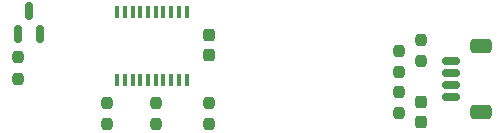
<source format=gbr>
%TF.GenerationSoftware,KiCad,Pcbnew,(6.0.10-0)*%
%TF.CreationDate,2022-12-23T16:53:29-05:00*%
%TF.ProjectId,LCD-StemmaQT,4c43442d-5374-4656-9d6d-6151542e6b69,1.0.0*%
%TF.SameCoordinates,Original*%
%TF.FileFunction,Paste,Top*%
%TF.FilePolarity,Positive*%
%FSLAX46Y46*%
G04 Gerber Fmt 4.6, Leading zero omitted, Abs format (unit mm)*
G04 Created by KiCad (PCBNEW (6.0.10-0)) date 2022-12-23 16:53:29*
%MOMM*%
%LPD*%
G01*
G04 APERTURE LIST*
G04 Aperture macros list*
%AMRoundRect*
0 Rectangle with rounded corners*
0 $1 Rounding radius*
0 $2 $3 $4 $5 $6 $7 $8 $9 X,Y pos of 4 corners*
0 Add a 4 corners polygon primitive as box body*
4,1,4,$2,$3,$4,$5,$6,$7,$8,$9,$2,$3,0*
0 Add four circle primitives for the rounded corners*
1,1,$1+$1,$2,$3*
1,1,$1+$1,$4,$5*
1,1,$1+$1,$6,$7*
1,1,$1+$1,$8,$9*
0 Add four rect primitives between the rounded corners*
20,1,$1+$1,$2,$3,$4,$5,0*
20,1,$1+$1,$4,$5,$6,$7,0*
20,1,$1+$1,$6,$7,$8,$9,0*
20,1,$1+$1,$8,$9,$2,$3,0*%
G04 Aperture macros list end*
%ADD10R,0.400000X1.000000*%
%ADD11RoundRect,0.237500X0.237500X-0.300000X0.237500X0.300000X-0.237500X0.300000X-0.237500X-0.300000X0*%
%ADD12RoundRect,0.237500X-0.237500X0.250000X-0.237500X-0.250000X0.237500X-0.250000X0.237500X0.250000X0*%
%ADD13RoundRect,0.150000X-0.625000X0.150000X-0.625000X-0.150000X0.625000X-0.150000X0.625000X0.150000X0*%
%ADD14RoundRect,0.250000X-0.650000X0.350000X-0.650000X-0.350000X0.650000X-0.350000X0.650000X0.350000X0*%
%ADD15RoundRect,0.237500X-0.237500X0.287500X-0.237500X-0.287500X0.237500X-0.287500X0.237500X0.287500X0*%
%ADD16RoundRect,0.150000X0.150000X-0.587500X0.150000X0.587500X-0.150000X0.587500X-0.150000X-0.587500X0*%
%ADD17RoundRect,0.237500X0.237500X-0.250000X0.237500X0.250000X-0.237500X0.250000X-0.237500X-0.250000X0*%
G04 APERTURE END LIST*
D10*
%TO.C,U101*%
X144400000Y-93000000D03*
X145050000Y-93000000D03*
X145700000Y-93000000D03*
X146350000Y-93000000D03*
X147000000Y-93000000D03*
X147650000Y-93000000D03*
X148300000Y-93000000D03*
X148950000Y-93000000D03*
X149600000Y-93000000D03*
X150250000Y-93000000D03*
X150250000Y-87200000D03*
X149600000Y-87200000D03*
X148950000Y-87200000D03*
X148300000Y-87200000D03*
X147650000Y-87200000D03*
X147000000Y-87200000D03*
X146350000Y-87200000D03*
X145700000Y-87200000D03*
X145050000Y-87200000D03*
X144400000Y-87200000D03*
%TD*%
D11*
%TO.C,C101*%
X152125000Y-90862500D03*
X152125000Y-89137500D03*
%TD*%
D12*
%TO.C,R102*%
X168225000Y-93962500D03*
X168225000Y-95787500D03*
%TD*%
%TO.C,R107*%
X168225000Y-90512500D03*
X168225000Y-92337500D03*
%TD*%
%TO.C,R103*%
X143500000Y-94887500D03*
X143500000Y-96712500D03*
%TD*%
D13*
%TO.C,J101*%
X172675000Y-91400000D03*
X172675000Y-92400000D03*
X172675000Y-93400000D03*
X172675000Y-94400000D03*
D14*
X175200000Y-90100000D03*
X175200000Y-95700000D03*
%TD*%
D15*
%TO.C,D101*%
X170075000Y-94825000D03*
X170075000Y-96575000D03*
%TD*%
D16*
%TO.C,Q101*%
X135950000Y-89050000D03*
X137850000Y-89050000D03*
X136900000Y-87175000D03*
%TD*%
D17*
%TO.C,R101*%
X135950000Y-92875000D03*
X135950000Y-91050000D03*
%TD*%
D12*
%TO.C,R105*%
X152150000Y-94887500D03*
X152150000Y-96712500D03*
%TD*%
%TO.C,R106*%
X170075000Y-89562500D03*
X170075000Y-91387500D03*
%TD*%
%TO.C,R104*%
X147700000Y-94887500D03*
X147700000Y-96712500D03*
%TD*%
M02*

</source>
